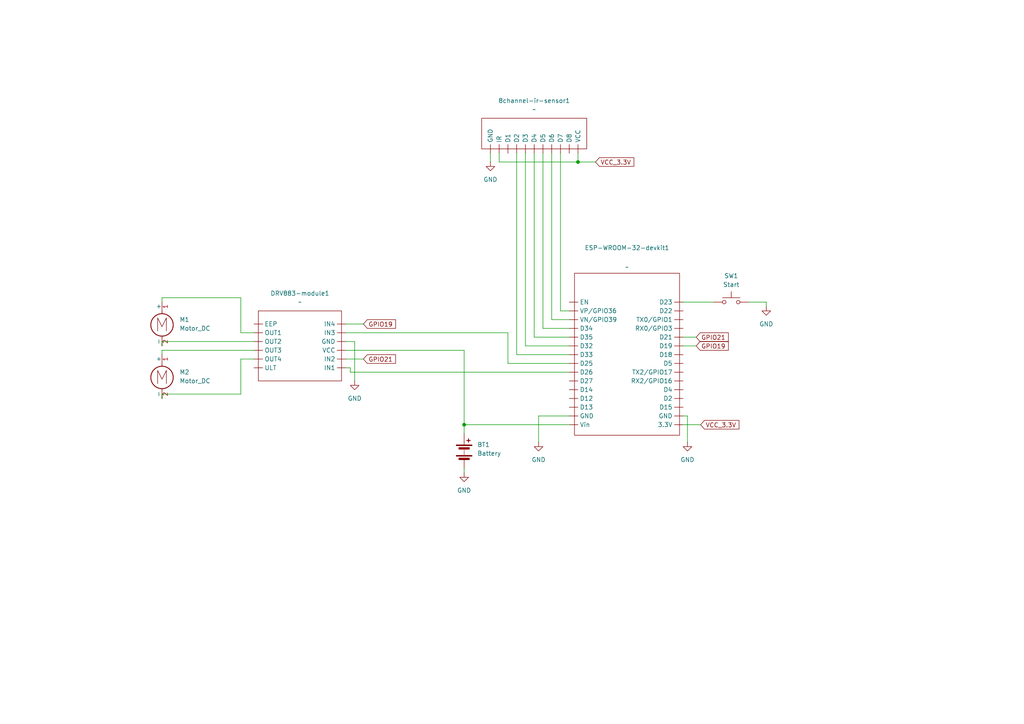
<source format=kicad_sch>
(kicad_sch (version 20250114) (generator "eeschema") (generator_version "9.0")
  (paper "A4")
  (lib_symbols
    (symbol "Device:Battery" (pin_numbers (hide yes)) (pin_names (offset 0) (hide yes))
      (property "Reference" "BT" (at 2.54 2.54 0))
      (property "Value" "Battery" (at 2.54 0 0))
      (symbol "Battery_0_1"
        (rectangle (start -2.286 1.778) (end 2.286 1.524) (fill (type outline)))
        (rectangle (start -2.286 -1.27) (end 2.286 -1.524) (fill (type outline)))
        (rectangle (start -1.524 1.016) (end 1.524 0.508) (fill (type outline)))
        (rectangle (start -1.524 -2.032) (end 1.524 -2.54) (fill (type outline)))
        (polyline (pts (xy 0 1.778) (xy 0 2.54)))
        (polyline (pts (xy 0 0) (xy 0 0.254)))
        (polyline (pts (xy 0 -0.508) (xy 0 -0.254)))
        (polyline (pts (xy 0 -1.016) (xy 0 -0.762)))
        (polyline (pts (xy 0.762 3.048) (xy 1.778 3.048)) (stroke (width 0.254)))
        (polyline (pts (xy 1.27 3.556) (xy 1.27 2.54)) (stroke (width 0.254)))
      )
      (symbol "Battery_1_1"
        (pin passive line (at 0 5.08 270) (length 2.54) (name "+") (number "1"))
        (pin passive line (at 0 -5.08 90) (length 2.54) (name "-") (number "2"))
      )
    )
    (symbol "Motor:Motor_DC" (pin_names (offset 0))
      (property "Reference" "M" (at 2.54 2.54 0))
      (property "Value" "Motor_DC" (at 2.54 -5.08 0))
      (symbol "Motor_DC_0_0"
        (polyline (pts (xy -1.27 -3.302) (xy -1.27 0.508) (xy 0 -2.032) (xy 1.27 0.508) (xy 1.27 -3.302)))
      )
      (symbol "Motor_DC_0_1"
        (polyline (pts (xy 0 2.032) (xy 0 2.54)))
        (polyline (pts (xy 0 1.7272) (xy 0 2.0828)))
        (circle (center 0 -1.524) (radius 3.2512) (stroke (width 0.254)))
        (polyline (pts (xy 0 -4.7752) (xy 0 -5.1816)))
        (polyline (pts (xy 0 -7.62) (xy 0 -7.112)))
      )
      (symbol "Motor_DC_1_1"
        (pin passive line (at 0 5.08 270) (length 2.54) (name "+") (number "1"))
        (pin passive line (at 0 -7.62 90) (length 2.54) (name "-") (number "2"))
      )
    )
    (symbol "PCM_Espressif:ESP-WROOM-32-DEVKIT"
      (property "Reference" "ESP-WROOM-32-devkit" (at 0 24.13 0))
      (symbol "ESP-WROOM-32-DEVKIT_0_1"
        (rectangle (start -14.986 26.162) (end 15.494 -20.828))
      )
      (symbol "ESP-WROOM-32-DEVKIT_1_1"
        (pin input line (at -16.51 17.78 0) (length 2.54) (name "EN") (number ""))
        (pin bidirectional line (at -16.51 15.24 0) (length 2.54) (name "VP/GPIO36") (number ""))
        (pin bidirectional line (at -16.51 12.7 0) (length 2.54) (name "VN/GPIO39") (number ""))
        (pin bidirectional line (at -16.51 10.16 0) (length 2.54) (name "D34") (number ""))
        (pin bidirectional line (at -16.51 7.62 0) (length 2.54) (name "D35") (number ""))
        (pin bidirectional line (at -16.51 5.08 0) (length 2.54) (name "D32") (number ""))
        (pin bidirectional line (at -16.51 2.54 0) (length 2.54) (name "D33") (number ""))
        (pin bidirectional line (at -16.51 0 0) (length 2.54) (name "D25") (number ""))
        (pin bidirectional line (at -16.51 -2.54 0) (length 2.54) (name "D26") (number ""))
        (pin bidirectional line (at -16.51 -5.08 0) (length 2.54) (name "D27") (number ""))
        (pin bidirectional line (at -16.51 -7.62 0) (length 2.54) (name "D14") (number ""))
        (pin bidirectional line (at -16.51 -10.16 0) (length 2.54) (name "D12") (number ""))
        (pin bidirectional line (at -16.51 -12.7 0) (length 2.54) (name "D13") (number ""))
        (pin power_in line (at -16.51 -15.24 0) (length 2.54) (name "GND") (number ""))
        (pin power_in line (at -16.51 -17.78 0) (length 2.54) (name "Vin") (number ""))
        (pin bidirectional line (at 16.51 17.78 180) (length 2.54) (name "D23") (number ""))
        (pin bidirectional line (at 16.51 15.24 180) (length 2.54) (name "D22") (number ""))
        (pin bidirectional line (at 16.51 12.7 180) (length 2.54) (name "TX0/GPIO1") (number ""))
        (pin bidirectional line (at 16.51 10.16 180) (length 2.54) (name "RX0/GPIO3") (number ""))
        (pin bidirectional line (at 16.51 7.62 180) (length 2.54) (name "D21") (number ""))
        (pin bidirectional line (at 16.51 5.08 180) (length 2.54) (name "D19") (number ""))
        (pin bidirectional line (at 16.51 2.54 180) (length 2.54) (name "D18") (number ""))
        (pin bidirectional line (at 16.51 0 180) (length 2.54) (name "D5") (number ""))
        (pin bidirectional line (at 16.51 -2.54 180) (length 2.54) (name "TX2/GPIO17") (number ""))
        (pin bidirectional line (at 16.51 -5.08 180) (length 2.54) (name "RX2/GPIO16") (number ""))
        (pin bidirectional line (at 16.51 -7.62 180) (length 2.54) (name "D4") (number ""))
        (pin bidirectional line (at 16.51 -10.16 180) (length 2.54) (name "D2") (number ""))
        (pin bidirectional line (at 16.51 -12.7 180) (length 2.54) (name "D15") (number ""))
        (pin power_out line (at 16.51 -15.24 180) (length 2.54) (name "GND") (number ""))
        (pin power_out line (at 16.51 -17.78 180) (length 2.54) (name "3.3V") (number ""))
      )
    )
    (symbol "Switch:SW_Push" (pin_numbers (hide yes)) (pin_names (offset 1.016) (hide yes))
      (property "Reference" "SW" (at 1.27 2.54 0))
      (property "Value" "SW_Push" (at 0 -1.524 0))
      (symbol "SW_Push_0_1"
        (circle (center -2.032 0) (radius 0.508))
        (polyline (pts (xy 0 1.27) (xy 0 3.048)))
        (circle (center 2.032 0) (radius 0.508))
        (polyline (pts (xy 2.54 1.27) (xy -2.54 1.27)))
        (pin passive line (at -5.08 0 0) (length 2.54) (name "1") (number "1"))
        (pin passive line (at 5.08 0 180) (length 2.54) (name "2") (number "2"))
      )
    )
    (symbol "eigensymbolen:8channel-ir-sensor"
      (property "Reference" "8channel-ir-sensor" (at 0 0 0))
      (symbol "8channel-ir-sensor_0_1"
        (rectangle (start -15.24 1.27) (end 15.24 -7.62))
      )
      (symbol "8channel-ir-sensor_1_1"
        (pin power_in line (at -12.7 -8.89 90) (length 2.54) (name "GND") (number ""))
        (pin power_in line (at -10.16 -8.89 90) (length 2.54) (name "IR") (number ""))
        (pin output line (at -7.62 -8.89 90) (length 2.54) (name "D1") (number ""))
        (pin output line (at -5.08 -8.89 90) (length 2.54) (name "D2") (number ""))
        (pin output line (at -2.54 -8.89 90) (length 2.54) (name "D3") (number ""))
        (pin output line (at 0 -8.89 90) (length 2.54) (name "D4") (number ""))
        (pin output line (at 2.54 -8.89 90) (length 2.54) (name "D5") (number ""))
        (pin output line (at 5.08 -8.89 90) (length 2.54) (name "D6") (number ""))
        (pin output line (at 7.62 -8.89 90) (length 2.54) (name "D7") (number ""))
        (pin output line (at 10.16 -8.89 90) (length 2.54) (name "D8") (number ""))
        (pin power_in line (at 12.7 -8.89 90) (length 2.54) (name "VCC") (number ""))
      )
    )
    (symbol "eigensymbolen:DRV8833_board"
      (property "Reference" "DRV8833" (at -0.254 8.128 0))
      (symbol "DRV8833_board_0_1"
        (rectangle (start -12.7 10.16) (end 11.43 -10.16))
      )
      (symbol "DRV8833_board_1_1"
        (pin input line (at -13.97 6.35 0) (length 2.54) (name "EEP") (number ""))
        (pin output line (at -13.97 3.81 0) (length 2.54) (name "OUT1") (number ""))
        (pin output line (at -13.97 1.27 0) (length 2.54) (name "OUT2") (number ""))
        (pin output line (at -13.97 -1.27 0) (length 2.54) (name "OUT3") (number ""))
        (pin output line (at -13.97 -3.81 0) (length 2.54) (name "OUT4") (number ""))
        (pin input line (at -13.97 -6.35 0) (length 2.54) (name "ULT") (number ""))
        (pin input line (at 12.7 6.35 180) (length 2.54) (name "IN4") (number ""))
        (pin input line (at 12.7 3.81 180) (length 2.54) (name "IN3") (number ""))
        (pin power_in line (at 12.7 1.27 180) (length 2.54) (name "GND") (number ""))
        (pin power_in line (at 12.7 -1.27 180) (length 2.54) (name "VCC") (number ""))
        (pin input line (at 12.7 -3.81 180) (length 2.54) (name "IN2") (number ""))
        (pin input line (at 12.7 -6.35 180) (length 2.54) (name "IN1") (number ""))
      )
    )
    (symbol "power:GND" (power) (pin_numbers (hide yes)) (pin_names (offset 0) (hide yes))
      (property "Value" "GND" (at 0 -3.81 0))
      (symbol "GND_0_1"
        (polyline (pts (xy 0 0) (xy 0 -1.27) (xy 1.27 -1.27) (xy 0 -2.54) (xy -1.27 -1.27) (xy 0 -1.27)))
      )
      (symbol "GND_1_1"
        (pin power_in line (at 0 0 270) (length 0) (name "~") (number "1"))
      )
    )
  )
  (junction (at 134.62 123.19))
  (junction (at 167.64 46.99))
  (wire (pts (xy 102.87 110.49) (xy 102.87 99.06)))
  (wire (pts (xy 149.86 44.45) (xy 149.86 102.87)))
  (wire (pts (xy 199.39 120.65) (xy 198.12 120.65)))
  (wire (pts (xy 165.1 90.17) (xy 162.56 90.17)))
  (wire (pts (xy 69.85 86.36) (xy 46.99 86.36)))
  (wire (pts (xy 217.17 87.63) (xy 222.25 87.63)))
  (wire (pts (xy 199.39 128.27) (xy 199.39 120.65)))
  (wire (pts (xy 222.25 88.9) (xy 222.25 87.63)))
  (wire (pts (xy 147.32 96.52) (xy 100.33 96.52)))
  (wire (pts (xy 156.21 120.65) (xy 165.1 120.65)))
  (wire (pts (xy 142.24 44.45) (xy 142.24 46.99)))
  (wire (pts (xy 167.64 44.45) (xy 167.64 46.99)))
  (wire (pts (xy 101.6 107.95) (xy 165.1 107.95)))
  (wire (pts (xy 165.1 102.87) (xy 149.86 102.87)))
  (wire (pts (xy 198.12 100.33) (xy 201.93 100.33)))
  (wire (pts (xy 198.12 87.63) (xy 207.01 87.63)))
  (wire (pts (xy 203.2 123.19) (xy 198.12 123.19)))
  (wire (pts (xy 100.33 104.14) (xy 105.41 104.14)))
  (wire (pts (xy 69.85 114.3) (xy 46.99 114.3)))
  (wire (pts (xy 165.1 105.41) (xy 147.32 105.41)))
  (wire (pts (xy 69.85 104.14) (xy 69.85 114.3)))
  (wire (pts (xy 134.62 123.19) (xy 134.62 125.73)))
  (wire (pts (xy 165.1 92.71) (xy 160.02 92.71)))
  (wire (pts (xy 69.85 96.52) (xy 69.85 86.36)))
  (wire (pts (xy 73.66 104.14) (xy 69.85 104.14)))
  (wire (pts (xy 156.21 128.27) (xy 156.21 120.65)))
  (wire (pts (xy 134.62 135.89) (xy 134.62 137.16)))
  (wire (pts (xy 46.99 101.6) (xy 46.99 102.87)))
  (wire (pts (xy 73.66 96.52) (xy 69.85 96.52)))
  (wire (pts (xy 134.62 123.19) (xy 165.1 123.19)))
  (wire (pts (xy 100.33 106.68) (xy 101.6 106.68)))
  (wire (pts (xy 165.1 95.25) (xy 157.48 95.25)))
  (wire (pts (xy 160.02 44.45) (xy 160.02 92.71)))
  (wire (pts (xy 167.64 46.99) (xy 172.72 46.99)))
  (wire (pts (xy 101.6 106.68) (xy 101.6 107.95)))
  (wire (pts (xy 46.99 99.06) (xy 46.99 100.33)))
  (wire (pts (xy 100.33 101.6) (xy 134.62 101.6)))
  (wire (pts (xy 46.99 114.3) (xy 46.99 115.57)))
  (wire (pts (xy 147.32 105.41) (xy 147.32 96.52)))
  (wire (pts (xy 144.78 46.99) (xy 167.64 46.99)))
  (wire (pts (xy 144.78 44.45) (xy 144.78 46.99)))
  (wire (pts (xy 154.94 44.45) (xy 154.94 97.79)))
  (wire (pts (xy 46.99 101.6) (xy 73.66 101.6)))
  (wire (pts (xy 46.99 99.06) (xy 73.66 99.06)))
  (wire (pts (xy 157.48 44.45) (xy 157.48 95.25)))
  (wire (pts (xy 162.56 44.45) (xy 162.56 90.17)))
  (wire (pts (xy 152.4 100.33) (xy 165.1 100.33)))
  (wire (pts (xy 46.99 86.36) (xy 46.99 87.63)))
  (wire (pts (xy 100.33 93.98) (xy 105.41 93.98)))
  (wire (pts (xy 134.62 101.6) (xy 134.62 123.19)))
  (wire (pts (xy 165.1 97.79) (xy 154.94 97.79)))
  (wire (pts (xy 198.12 97.79) (xy 201.93 97.79)))
  (wire (pts (xy 152.4 44.45) (xy 152.4 100.33)))
  (wire (pts (xy 102.87 99.06) (xy 100.33 99.06)))
  (global_label "VCC_3.3V" (shape input) (at 203.2 123.19 0) (property "Intersheetrefs" "${INTERSHEET_REFS}" (effects (hide yes))))
  (global_label "GPIO19" (shape input) (at 105.41 93.98 0) (property "Intersheetrefs" "${INTERSHEET_REFS}" (effects (hide yes))))
  (global_label "GPIO21" (shape input) (at 105.41 104.14 0) (property "Intersheetrefs" "${INTERSHEET_REFS}" (effects (hide yes))))
  (global_label "GPIO19" (shape input) (at 201.93 100.33 0) (property "Intersheetrefs" "${INTERSHEET_REFS}" (effects (hide yes))))
  (global_label "GPIO21" (shape input) (at 201.93 97.79 0) (property "Intersheetrefs" "${INTERSHEET_REFS}" (effects (hide yes))))
  (global_label "VCC_3.3V" (shape input) (at 172.72 46.99 0) (property "Intersheetrefs" "${INTERSHEET_REFS}" (effects (hide yes))))
  (symbol (lib_id "eigensymbolen:8channel-ir-sensor") (at 154.94 35.56 0) (unit 1)
    (property "Reference" "8channel-ir-sensor1" (at 154.94 29.21 0))
    (property "Value" "~" (at 154.94 31.75 0))
  )
  (symbol (lib_id "power:GND") (at 142.24 46.99 0) (unit 1)
    (property "Reference" "#PWR01" (effects (hide yes)))
    (property "Value" "GND" (at 142.24 52.07 0))
    (property "Description" "Power symbol creates a global label with name \"GND\" , ground" (effects (hide yes)))
  )
  (symbol (lib_id "power:GND") (at 199.39 128.27 0) (unit 1)
    (property "Reference" "#PWR02" (effects (hide yes)))
    (property "Value" "GND" (at 199.39 133.35 0))
    (property "Description" "Power symbol creates a global label with name \"GND\" , ground" (effects (hide yes)))
  )
  (symbol (lib_id "Device:Battery") (at 134.62 130.81 0) (unit 1)
    (property "Reference" "BT1" (at 138.43 128.9684 0) (effects (justify left)))
    (property "Value" "Battery" (at 138.43 131.5084 0) (effects (justify left)))
    (property "Description" "Multiple-cell battery" (effects (hide yes)))
  )
  (symbol (lib_id "power:GND") (at 102.87 110.49 0) (unit 1)
    (property "Reference" "#PWR03" (effects (hide yes)))
    (property "Value" "GND" (at 102.87 115.57 0))
    (property "Description" "Power symbol creates a global label with name \"GND\" , ground" (effects (hide yes)))
  )
  (symbol (lib_id "eigensymbolen:DRV8833_board") (at 87.63 100.33 0) (unit 1)
    (property "Reference" "DRV883-module1" (at 86.995 85.09 0))
    (property "Value" "~" (at 86.995 87.63 0))
  )
  (symbol (lib_id "PCM_Espressif:ESP-WROOM-32-DEVKIT") (at 181.61 105.41 0) (unit 1)
    (property "Reference" "ESP-WROOM-32-devkit1" (at 181.864 71.882 0))
    (property "Value" "~" (at 181.864 77.47 0))
  )
  (symbol (lib_id "power:GND") (at 222.25 88.9 0) (unit 1)
    (property "Reference" "#PWR06" (effects (hide yes)))
    (property "Value" "GND" (at 222.25 93.98 0))
    (property "Description" "Power symbol creates a global label with name \"GND\" , ground" (effects (hide yes)))
  )
  (symbol (lib_id "Motor:Motor_DC") (at 46.99 92.71 0) (unit 1)
    (property "Reference" "M1" (at 52.07 92.7099 0) (effects (justify left)))
    (property "Value" "Motor_DC" (at 52.07 95.2499 0) (effects (justify left)))
    (property "Description" "DC Motor" (effects (hide yes)))
  )
  (symbol (lib_id "Switch:SW_Push") (at 212.09 87.63 0) (unit 1)
    (property "Reference" "SW1" (at 212.09 80.01 0))
    (property "Value" "Start" (at 212.09 82.55 0))
    (property "Description" "Push button switch, generic, two pins" (effects (hide yes)))
  )
  (symbol (lib_id "power:GND") (at 134.62 137.16 0) (unit 1)
    (property "Reference" "#PWR05" (effects (hide yes)))
    (property "Value" "GND" (at 134.62 142.24 0))
    (property "Description" "Power symbol creates a global label with name \"GND\" , ground" (effects (hide yes)))
  )
  (symbol (lib_id "power:GND") (at 156.21 128.27 0) (unit 1)
    (property "Reference" "#PWR04" (effects (hide yes)))
    (property "Value" "GND" (at 156.21 133.35 0))
    (property "Description" "Power symbol creates a global label with name \"GND\" , ground" (effects (hide yes)))
  )
  (symbol (lib_id "Motor:Motor_DC") (at 46.99 107.95 0) (unit 1)
    (property "Reference" "M2" (at 52.07 107.9499 0) (effects (justify left)))
    (property "Value" "Motor_DC" (at 52.07 110.4899 0) (effects (justify left)))
    (property "Description" "DC Motor" (effects (hide yes)))
  )
)
</source>
